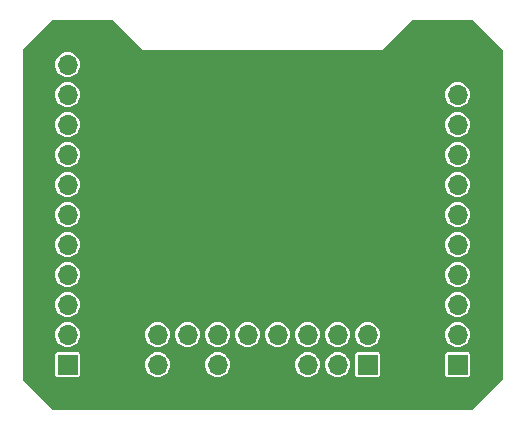
<source format=gbr>
%TF.GenerationSoftware,KiCad,Pcbnew,7.0.8*%
%TF.CreationDate,2024-01-12T13:16:21+01:00*%
%TF.ProjectId,adapter_ESP32,61646170-7465-4725-9f45-535033322e6b,rev?*%
%TF.SameCoordinates,Original*%
%TF.FileFunction,Copper,L2,Bot*%
%TF.FilePolarity,Positive*%
%FSLAX46Y46*%
G04 Gerber Fmt 4.6, Leading zero omitted, Abs format (unit mm)*
G04 Created by KiCad (PCBNEW 7.0.8) date 2024-01-12 13:16:21*
%MOMM*%
%LPD*%
G01*
G04 APERTURE LIST*
%TA.AperFunction,ComponentPad*%
%ADD10R,1.700000X1.700000*%
%TD*%
%TA.AperFunction,ComponentPad*%
%ADD11O,1.700000X1.700000*%
%TD*%
%TA.AperFunction,HeatsinkPad*%
%ADD12C,0.600000*%
%TD*%
G04 APERTURE END LIST*
D10*
%TO.P,J2,1,Pin_1*%
%TO.N,IO4*%
X63500000Y-66040000D03*
D11*
%TO.P,J2,2,Pin_2*%
%TO.N,IO0*%
X63500000Y-63500000D03*
%TO.P,J2,3,Pin_3*%
%TO.N,IO2*%
X60960000Y-66040000D03*
%TO.P,J2,4,Pin_4*%
%TO.N,IO15*%
X60960000Y-63500000D03*
%TO.P,J2,5,Pin_5*%
%TO.N,SDI{slash}SD1*%
X58420000Y-66040000D03*
%TO.P,J2,6,Pin_6*%
%TO.N,SDO{slash}SD0*%
X58420000Y-63500000D03*
%TO.P,J2,7,Pin_7*%
%TO.N,GND*%
X55880000Y-66040000D03*
%TO.P,J2,8,Pin_8*%
%TO.N,SCK{slash}CLK*%
X55880000Y-63500000D03*
%TO.P,J2,9,Pin_9*%
%TO.N,GND*%
X53340000Y-66040000D03*
%TO.P,J2,10,Pin_10*%
%TO.N,SCS{slash}CMD*%
X53340000Y-63500000D03*
%TO.P,J2,11,Pin_11*%
%TO.N,SHD{slash}SD2*%
X50800000Y-66040000D03*
%TO.P,J2,12,Pin_12*%
%TO.N,SWP{slash}SD3*%
X50800000Y-63500000D03*
%TO.P,J2,13,Pin_13*%
%TO.N,GND*%
X48260000Y-66040000D03*
%TO.P,J2,14,Pin_14*%
%TO.N,IO13*%
X48260000Y-63500000D03*
%TO.P,J2,15,Pin_15*%
%TO.N,IO14*%
X45720000Y-66040000D03*
%TO.P,J2,16,Pin_16*%
%TO.N,IO12*%
X45720000Y-63500000D03*
%TD*%
D12*
%TO.P,U1,39,GND*%
%TO.N,GND*%
X51710000Y-47505000D03*
X51710000Y-48905000D03*
X52410000Y-46805000D03*
X52410000Y-48205000D03*
X52410000Y-49605000D03*
X53110000Y-47505000D03*
X53110000Y-48905000D03*
X53810000Y-46805000D03*
X53810000Y-48205000D03*
X53810000Y-49605000D03*
X54510000Y-47505000D03*
X54510000Y-48905000D03*
%TD*%
D10*
%TO.P,J1,1,Pin_1*%
%TO.N,IO27*%
X38100000Y-66040000D03*
D11*
%TO.P,J1,2,Pin_2*%
%TO.N,IO26*%
X38100000Y-63500000D03*
%TO.P,J1,3,Pin_3*%
%TO.N,IO25*%
X38100000Y-60960000D03*
%TO.P,J1,4,Pin_4*%
%TO.N,IO33*%
X38100000Y-58420000D03*
%TO.P,J1,5,Pin_5*%
%TO.N,IO32*%
X38100000Y-55880000D03*
%TO.P,J1,6,Pin_6*%
%TO.N,IO35*%
X38100000Y-53340000D03*
%TO.P,J1,7,Pin_7*%
%TO.N,IO34*%
X38100000Y-50800000D03*
%TO.P,J1,8,Pin_8*%
%TO.N,SENSOR_VN*%
X38100000Y-48260000D03*
%TO.P,J1,9,Pin_9*%
%TO.N,SENSOR_VP*%
X38100000Y-45720000D03*
%TO.P,J1,10,Pin_10*%
%TO.N,EN*%
X38100000Y-43180000D03*
%TO.P,J1,11,Pin_11*%
%TO.N,VDD*%
X38100000Y-40640000D03*
%TD*%
D10*
%TO.P,J3,1,Pin_1*%
%TO.N,IO16*%
X71120000Y-66040000D03*
D11*
%TO.P,J3,2,Pin_2*%
%TO.N,IO17*%
X71120000Y-63500000D03*
%TO.P,J3,3,Pin_3*%
%TO.N,IO5*%
X71120000Y-60960000D03*
%TO.P,J3,4,Pin_4*%
%TO.N,IO18*%
X71120000Y-58420000D03*
%TO.P,J3,5,Pin_5*%
%TO.N,IO19*%
X71120000Y-55880000D03*
%TO.P,J3,6,Pin_6*%
%TO.N,IO21*%
X71120000Y-53340000D03*
%TO.P,J3,7,Pin_7*%
%TO.N,RXD0{slash}IO3*%
X71120000Y-50800000D03*
%TO.P,J3,8,Pin_8*%
%TO.N,TXD0{slash}IO1*%
X71120000Y-48260000D03*
%TO.P,J3,9,Pin_9*%
%TO.N,IO22*%
X71120000Y-45720000D03*
%TO.P,J3,10,Pin_10*%
%TO.N,IO23*%
X71120000Y-43180000D03*
%TO.P,J3,11,Pin_11*%
%TO.N,GND*%
X71120000Y-40640000D03*
%TD*%
%TA.AperFunction,Conductor*%
%TO.N,GND*%
G36*
X41925469Y-36850185D02*
G01*
X41946111Y-36866819D01*
X44432196Y-39352903D01*
X44432430Y-39353252D01*
X44449618Y-39370384D01*
X44449900Y-39370500D01*
X44449999Y-39370541D01*
X44450000Y-39370541D01*
X44474554Y-39370541D01*
X44474760Y-39370500D01*
X64745145Y-39370500D01*
X64745334Y-39370538D01*
X64769997Y-39370540D01*
X64770000Y-39370542D01*
X64770284Y-39370424D01*
X64770427Y-39370365D01*
X64772653Y-39369465D01*
X64778831Y-39361934D01*
X64788147Y-39352618D01*
X64788260Y-39352446D01*
X67273888Y-36866819D01*
X67335211Y-36833334D01*
X67361569Y-36830500D01*
X72338430Y-36830500D01*
X72405469Y-36850185D01*
X72426111Y-36866819D01*
X74893181Y-39333888D01*
X74926666Y-39395211D01*
X74929500Y-39421569D01*
X74929500Y-67258430D01*
X74909815Y-67325469D01*
X74893181Y-67346111D01*
X72426111Y-69813181D01*
X72364788Y-69846666D01*
X72338430Y-69849500D01*
X36881569Y-69849500D01*
X36814530Y-69829815D01*
X36793888Y-69813181D01*
X34326819Y-67346111D01*
X34293334Y-67284788D01*
X34290500Y-67258430D01*
X34290500Y-66909752D01*
X37049500Y-66909752D01*
X37061131Y-66968229D01*
X37061132Y-66968230D01*
X37105447Y-67034552D01*
X37171769Y-67078867D01*
X37171770Y-67078868D01*
X37230247Y-67090499D01*
X37230250Y-67090500D01*
X37230252Y-67090500D01*
X38969750Y-67090500D01*
X38969751Y-67090499D01*
X38984568Y-67087552D01*
X39028229Y-67078868D01*
X39028229Y-67078867D01*
X39028231Y-67078867D01*
X39094552Y-67034552D01*
X39138867Y-66968231D01*
X39138867Y-66968229D01*
X39138868Y-66968229D01*
X39150499Y-66909752D01*
X39150500Y-66909750D01*
X39150500Y-66040000D01*
X44664417Y-66040000D01*
X44684699Y-66245932D01*
X44684700Y-66245934D01*
X44744768Y-66443954D01*
X44842315Y-66626450D01*
X44842317Y-66626452D01*
X44973589Y-66786410D01*
X45070209Y-66865702D01*
X45133550Y-66917685D01*
X45316046Y-67015232D01*
X45514066Y-67075300D01*
X45514065Y-67075300D01*
X45532529Y-67077118D01*
X45720000Y-67095583D01*
X45925934Y-67075300D01*
X46123954Y-67015232D01*
X46306450Y-66917685D01*
X46466410Y-66786410D01*
X46597685Y-66626450D01*
X46695232Y-66443954D01*
X46755300Y-66245934D01*
X46775583Y-66040000D01*
X49744417Y-66040000D01*
X49764699Y-66245932D01*
X49764700Y-66245934D01*
X49824768Y-66443954D01*
X49922315Y-66626450D01*
X49922317Y-66626452D01*
X50053589Y-66786410D01*
X50150209Y-66865702D01*
X50213550Y-66917685D01*
X50396046Y-67015232D01*
X50594066Y-67075300D01*
X50594065Y-67075300D01*
X50612529Y-67077118D01*
X50800000Y-67095583D01*
X51005934Y-67075300D01*
X51203954Y-67015232D01*
X51386450Y-66917685D01*
X51546410Y-66786410D01*
X51677685Y-66626450D01*
X51775232Y-66443954D01*
X51835300Y-66245934D01*
X51855583Y-66040000D01*
X57364417Y-66040000D01*
X57384699Y-66245932D01*
X57384700Y-66245934D01*
X57444768Y-66443954D01*
X57542315Y-66626450D01*
X57542317Y-66626452D01*
X57673589Y-66786410D01*
X57770209Y-66865702D01*
X57833550Y-66917685D01*
X58016046Y-67015232D01*
X58214066Y-67075300D01*
X58214065Y-67075300D01*
X58232529Y-67077118D01*
X58420000Y-67095583D01*
X58625934Y-67075300D01*
X58823954Y-67015232D01*
X59006450Y-66917685D01*
X59166410Y-66786410D01*
X59297685Y-66626450D01*
X59395232Y-66443954D01*
X59455300Y-66245934D01*
X59475583Y-66040000D01*
X59904417Y-66040000D01*
X59924699Y-66245932D01*
X59924700Y-66245934D01*
X59984768Y-66443954D01*
X60082315Y-66626450D01*
X60082317Y-66626452D01*
X60213589Y-66786410D01*
X60310209Y-66865702D01*
X60373550Y-66917685D01*
X60556046Y-67015232D01*
X60754066Y-67075300D01*
X60754065Y-67075300D01*
X60772529Y-67077118D01*
X60960000Y-67095583D01*
X61165934Y-67075300D01*
X61363954Y-67015232D01*
X61546450Y-66917685D01*
X61556116Y-66909752D01*
X62449500Y-66909752D01*
X62461131Y-66968229D01*
X62461132Y-66968230D01*
X62505447Y-67034552D01*
X62571769Y-67078867D01*
X62571770Y-67078868D01*
X62630247Y-67090499D01*
X62630250Y-67090500D01*
X62630252Y-67090500D01*
X64369750Y-67090500D01*
X64369751Y-67090499D01*
X64384568Y-67087552D01*
X64428229Y-67078868D01*
X64428229Y-67078867D01*
X64428231Y-67078867D01*
X64494552Y-67034552D01*
X64538867Y-66968231D01*
X64538867Y-66968229D01*
X64538868Y-66968229D01*
X64550499Y-66909752D01*
X70069500Y-66909752D01*
X70081131Y-66968229D01*
X70081132Y-66968230D01*
X70125447Y-67034552D01*
X70191769Y-67078867D01*
X70191770Y-67078868D01*
X70250247Y-67090499D01*
X70250250Y-67090500D01*
X70250252Y-67090500D01*
X71989750Y-67090500D01*
X71989751Y-67090499D01*
X72004568Y-67087552D01*
X72048229Y-67078868D01*
X72048229Y-67078867D01*
X72048231Y-67078867D01*
X72114552Y-67034552D01*
X72158867Y-66968231D01*
X72158867Y-66968229D01*
X72158868Y-66968229D01*
X72170499Y-66909752D01*
X72170500Y-66909750D01*
X72170500Y-65170249D01*
X72170499Y-65170247D01*
X72158868Y-65111770D01*
X72158867Y-65111769D01*
X72114552Y-65045447D01*
X72048230Y-65001132D01*
X72048229Y-65001131D01*
X71989752Y-64989500D01*
X71989748Y-64989500D01*
X70250252Y-64989500D01*
X70250247Y-64989500D01*
X70191770Y-65001131D01*
X70191769Y-65001132D01*
X70125447Y-65045447D01*
X70081132Y-65111769D01*
X70081131Y-65111770D01*
X70069500Y-65170247D01*
X70069500Y-66909752D01*
X64550499Y-66909752D01*
X64550500Y-66909750D01*
X64550500Y-65170249D01*
X64550499Y-65170247D01*
X64538868Y-65111770D01*
X64538867Y-65111769D01*
X64494552Y-65045447D01*
X64428230Y-65001132D01*
X64428229Y-65001131D01*
X64369752Y-64989500D01*
X64369748Y-64989500D01*
X62630252Y-64989500D01*
X62630247Y-64989500D01*
X62571770Y-65001131D01*
X62571769Y-65001132D01*
X62505447Y-65045447D01*
X62461132Y-65111769D01*
X62461131Y-65111770D01*
X62449500Y-65170247D01*
X62449500Y-66909752D01*
X61556116Y-66909752D01*
X61706410Y-66786410D01*
X61837685Y-66626450D01*
X61935232Y-66443954D01*
X61995300Y-66245934D01*
X62015583Y-66040000D01*
X61995300Y-65834066D01*
X61935232Y-65636046D01*
X61837685Y-65453550D01*
X61785702Y-65390209D01*
X61706410Y-65293589D01*
X61556121Y-65170252D01*
X61546450Y-65162315D01*
X61363954Y-65064768D01*
X61165934Y-65004700D01*
X61165932Y-65004699D01*
X61165934Y-65004699D01*
X60960000Y-64984417D01*
X60754067Y-65004699D01*
X60556043Y-65064769D01*
X60468114Y-65111769D01*
X60373550Y-65162315D01*
X60373548Y-65162316D01*
X60373547Y-65162317D01*
X60213589Y-65293589D01*
X60082317Y-65453547D01*
X59984769Y-65636043D01*
X59924699Y-65834067D01*
X59904417Y-66040000D01*
X59475583Y-66040000D01*
X59455300Y-65834066D01*
X59395232Y-65636046D01*
X59297685Y-65453550D01*
X59245702Y-65390209D01*
X59166410Y-65293589D01*
X59016121Y-65170252D01*
X59006450Y-65162315D01*
X58823954Y-65064768D01*
X58625934Y-65004700D01*
X58625932Y-65004699D01*
X58625934Y-65004699D01*
X58420000Y-64984417D01*
X58214067Y-65004699D01*
X58016043Y-65064769D01*
X57928114Y-65111769D01*
X57833550Y-65162315D01*
X57833548Y-65162316D01*
X57833547Y-65162317D01*
X57673589Y-65293589D01*
X57542317Y-65453547D01*
X57444769Y-65636043D01*
X57384699Y-65834067D01*
X57364417Y-66040000D01*
X51855583Y-66040000D01*
X51835300Y-65834066D01*
X51775232Y-65636046D01*
X51677685Y-65453550D01*
X51625702Y-65390209D01*
X51546410Y-65293589D01*
X51396121Y-65170252D01*
X51386450Y-65162315D01*
X51203954Y-65064768D01*
X51005934Y-65004700D01*
X51005932Y-65004699D01*
X51005934Y-65004699D01*
X50800000Y-64984417D01*
X50594067Y-65004699D01*
X50396043Y-65064769D01*
X50308114Y-65111769D01*
X50213550Y-65162315D01*
X50213548Y-65162316D01*
X50213547Y-65162317D01*
X50053589Y-65293589D01*
X49922317Y-65453547D01*
X49824769Y-65636043D01*
X49764699Y-65834067D01*
X49744417Y-66040000D01*
X46775583Y-66040000D01*
X46755300Y-65834066D01*
X46695232Y-65636046D01*
X46597685Y-65453550D01*
X46545702Y-65390209D01*
X46466410Y-65293589D01*
X46316121Y-65170252D01*
X46306450Y-65162315D01*
X46123954Y-65064768D01*
X45925934Y-65004700D01*
X45925932Y-65004699D01*
X45925934Y-65004699D01*
X45720000Y-64984417D01*
X45514067Y-65004699D01*
X45316043Y-65064769D01*
X45228114Y-65111769D01*
X45133550Y-65162315D01*
X45133548Y-65162316D01*
X45133547Y-65162317D01*
X44973589Y-65293589D01*
X44842317Y-65453547D01*
X44744769Y-65636043D01*
X44684699Y-65834067D01*
X44664417Y-66040000D01*
X39150500Y-66040000D01*
X39150500Y-65170249D01*
X39150499Y-65170247D01*
X39138868Y-65111770D01*
X39138867Y-65111769D01*
X39094552Y-65045447D01*
X39028230Y-65001132D01*
X39028229Y-65001131D01*
X38969752Y-64989500D01*
X38969748Y-64989500D01*
X37230252Y-64989500D01*
X37230247Y-64989500D01*
X37171770Y-65001131D01*
X37171769Y-65001132D01*
X37105447Y-65045447D01*
X37061132Y-65111769D01*
X37061131Y-65111770D01*
X37049500Y-65170247D01*
X37049500Y-66909752D01*
X34290500Y-66909752D01*
X34290500Y-63500000D01*
X37044417Y-63500000D01*
X37064699Y-63705932D01*
X37064700Y-63705934D01*
X37124768Y-63903954D01*
X37222315Y-64086450D01*
X37222317Y-64086452D01*
X37353589Y-64246410D01*
X37450209Y-64325702D01*
X37513550Y-64377685D01*
X37696046Y-64475232D01*
X37894066Y-64535300D01*
X37894065Y-64535300D01*
X37912529Y-64537118D01*
X38100000Y-64555583D01*
X38305934Y-64535300D01*
X38503954Y-64475232D01*
X38686450Y-64377685D01*
X38846410Y-64246410D01*
X38977685Y-64086450D01*
X39075232Y-63903954D01*
X39135300Y-63705934D01*
X39155583Y-63500000D01*
X44664417Y-63500000D01*
X44684699Y-63705932D01*
X44684700Y-63705934D01*
X44744768Y-63903954D01*
X44842315Y-64086450D01*
X44842317Y-64086452D01*
X44973589Y-64246410D01*
X45070209Y-64325702D01*
X45133550Y-64377685D01*
X45316046Y-64475232D01*
X45514066Y-64535300D01*
X45514065Y-64535300D01*
X45532529Y-64537118D01*
X45720000Y-64555583D01*
X45925934Y-64535300D01*
X46123954Y-64475232D01*
X46306450Y-64377685D01*
X46466410Y-64246410D01*
X46597685Y-64086450D01*
X46695232Y-63903954D01*
X46755300Y-63705934D01*
X46775583Y-63500000D01*
X47204417Y-63500000D01*
X47224699Y-63705932D01*
X47224700Y-63705934D01*
X47284768Y-63903954D01*
X47382315Y-64086450D01*
X47382317Y-64086452D01*
X47513589Y-64246410D01*
X47610209Y-64325702D01*
X47673550Y-64377685D01*
X47856046Y-64475232D01*
X48054066Y-64535300D01*
X48054065Y-64535300D01*
X48072529Y-64537118D01*
X48260000Y-64555583D01*
X48465934Y-64535300D01*
X48663954Y-64475232D01*
X48846450Y-64377685D01*
X49006410Y-64246410D01*
X49137685Y-64086450D01*
X49235232Y-63903954D01*
X49295300Y-63705934D01*
X49315583Y-63500000D01*
X49744417Y-63500000D01*
X49764699Y-63705932D01*
X49764700Y-63705934D01*
X49824768Y-63903954D01*
X49922315Y-64086450D01*
X49922317Y-64086452D01*
X50053589Y-64246410D01*
X50150209Y-64325702D01*
X50213550Y-64377685D01*
X50396046Y-64475232D01*
X50594066Y-64535300D01*
X50594065Y-64535300D01*
X50612529Y-64537118D01*
X50800000Y-64555583D01*
X51005934Y-64535300D01*
X51203954Y-64475232D01*
X51386450Y-64377685D01*
X51546410Y-64246410D01*
X51677685Y-64086450D01*
X51775232Y-63903954D01*
X51835300Y-63705934D01*
X51855583Y-63500000D01*
X52284417Y-63500000D01*
X52304699Y-63705932D01*
X52304700Y-63705934D01*
X52364768Y-63903954D01*
X52462315Y-64086450D01*
X52462317Y-64086452D01*
X52593589Y-64246410D01*
X52690209Y-64325702D01*
X52753550Y-64377685D01*
X52936046Y-64475232D01*
X53134066Y-64535300D01*
X53134065Y-64535300D01*
X53152529Y-64537118D01*
X53340000Y-64555583D01*
X53545934Y-64535300D01*
X53743954Y-64475232D01*
X53926450Y-64377685D01*
X54086410Y-64246410D01*
X54217685Y-64086450D01*
X54315232Y-63903954D01*
X54375300Y-63705934D01*
X54395583Y-63500000D01*
X54824417Y-63500000D01*
X54844699Y-63705932D01*
X54844700Y-63705934D01*
X54904768Y-63903954D01*
X55002315Y-64086450D01*
X55002317Y-64086452D01*
X55133589Y-64246410D01*
X55230209Y-64325702D01*
X55293550Y-64377685D01*
X55476046Y-64475232D01*
X55674066Y-64535300D01*
X55674065Y-64535300D01*
X55692529Y-64537118D01*
X55880000Y-64555583D01*
X56085934Y-64535300D01*
X56283954Y-64475232D01*
X56466450Y-64377685D01*
X56626410Y-64246410D01*
X56757685Y-64086450D01*
X56855232Y-63903954D01*
X56915300Y-63705934D01*
X56935583Y-63500000D01*
X57364417Y-63500000D01*
X57384699Y-63705932D01*
X57384700Y-63705934D01*
X57444768Y-63903954D01*
X57542315Y-64086450D01*
X57542317Y-64086452D01*
X57673589Y-64246410D01*
X57770209Y-64325702D01*
X57833550Y-64377685D01*
X58016046Y-64475232D01*
X58214066Y-64535300D01*
X58214065Y-64535300D01*
X58232529Y-64537118D01*
X58420000Y-64555583D01*
X58625934Y-64535300D01*
X58823954Y-64475232D01*
X59006450Y-64377685D01*
X59166410Y-64246410D01*
X59297685Y-64086450D01*
X59395232Y-63903954D01*
X59455300Y-63705934D01*
X59475583Y-63500000D01*
X59904417Y-63500000D01*
X59924699Y-63705932D01*
X59924700Y-63705934D01*
X59984768Y-63903954D01*
X60082315Y-64086450D01*
X60082317Y-64086452D01*
X60213589Y-64246410D01*
X60310209Y-64325702D01*
X60373550Y-64377685D01*
X60556046Y-64475232D01*
X60754066Y-64535300D01*
X60754065Y-64535300D01*
X60772529Y-64537118D01*
X60960000Y-64555583D01*
X61165934Y-64535300D01*
X61363954Y-64475232D01*
X61546450Y-64377685D01*
X61706410Y-64246410D01*
X61837685Y-64086450D01*
X61935232Y-63903954D01*
X61995300Y-63705934D01*
X62015583Y-63500000D01*
X62444417Y-63500000D01*
X62464699Y-63705932D01*
X62464700Y-63705934D01*
X62524768Y-63903954D01*
X62622315Y-64086450D01*
X62622317Y-64086452D01*
X62753589Y-64246410D01*
X62850209Y-64325702D01*
X62913550Y-64377685D01*
X63096046Y-64475232D01*
X63294066Y-64535300D01*
X63294065Y-64535300D01*
X63312529Y-64537118D01*
X63500000Y-64555583D01*
X63705934Y-64535300D01*
X63903954Y-64475232D01*
X64086450Y-64377685D01*
X64246410Y-64246410D01*
X64377685Y-64086450D01*
X64475232Y-63903954D01*
X64535300Y-63705934D01*
X64555583Y-63500000D01*
X70064417Y-63500000D01*
X70084699Y-63705932D01*
X70084700Y-63705934D01*
X70144768Y-63903954D01*
X70242315Y-64086450D01*
X70242317Y-64086452D01*
X70373589Y-64246410D01*
X70470209Y-64325702D01*
X70533550Y-64377685D01*
X70716046Y-64475232D01*
X70914066Y-64535300D01*
X70914065Y-64535300D01*
X70932529Y-64537118D01*
X71120000Y-64555583D01*
X71325934Y-64535300D01*
X71523954Y-64475232D01*
X71706450Y-64377685D01*
X71866410Y-64246410D01*
X71997685Y-64086450D01*
X72095232Y-63903954D01*
X72155300Y-63705934D01*
X72175583Y-63500000D01*
X72155300Y-63294066D01*
X72095232Y-63096046D01*
X71997685Y-62913550D01*
X71945702Y-62850209D01*
X71866410Y-62753589D01*
X71706452Y-62622317D01*
X71706453Y-62622317D01*
X71706450Y-62622315D01*
X71523954Y-62524768D01*
X71325934Y-62464700D01*
X71325932Y-62464699D01*
X71325934Y-62464699D01*
X71120000Y-62444417D01*
X70914067Y-62464699D01*
X70716043Y-62524769D01*
X70605898Y-62583643D01*
X70533550Y-62622315D01*
X70533548Y-62622316D01*
X70533547Y-62622317D01*
X70373589Y-62753589D01*
X70242317Y-62913547D01*
X70144769Y-63096043D01*
X70084699Y-63294067D01*
X70064417Y-63500000D01*
X64555583Y-63500000D01*
X64535300Y-63294066D01*
X64475232Y-63096046D01*
X64377685Y-62913550D01*
X64325702Y-62850209D01*
X64246410Y-62753589D01*
X64086452Y-62622317D01*
X64086453Y-62622317D01*
X64086450Y-62622315D01*
X63903954Y-62524768D01*
X63705934Y-62464700D01*
X63705932Y-62464699D01*
X63705934Y-62464699D01*
X63500000Y-62444417D01*
X63294067Y-62464699D01*
X63096043Y-62524769D01*
X62985898Y-62583643D01*
X62913550Y-62622315D01*
X62913548Y-62622316D01*
X62913547Y-62622317D01*
X62753589Y-62753589D01*
X62622317Y-62913547D01*
X62524769Y-63096043D01*
X62464699Y-63294067D01*
X62444417Y-63500000D01*
X62015583Y-63500000D01*
X61995300Y-63294066D01*
X61935232Y-63096046D01*
X61837685Y-62913550D01*
X61785702Y-62850209D01*
X61706410Y-62753589D01*
X61546452Y-62622317D01*
X61546453Y-62622317D01*
X61546450Y-62622315D01*
X61363954Y-62524768D01*
X61165934Y-62464700D01*
X61165932Y-62464699D01*
X61165934Y-62464699D01*
X60960000Y-62444417D01*
X60754067Y-62464699D01*
X60556043Y-62524769D01*
X60445898Y-62583643D01*
X60373550Y-62622315D01*
X60373548Y-62622316D01*
X60373547Y-62622317D01*
X60213589Y-62753589D01*
X60082317Y-62913547D01*
X59984769Y-63096043D01*
X59924699Y-63294067D01*
X59904417Y-63500000D01*
X59475583Y-63500000D01*
X59455300Y-63294066D01*
X59395232Y-63096046D01*
X59297685Y-62913550D01*
X59245702Y-62850209D01*
X59166410Y-62753589D01*
X59006452Y-62622317D01*
X59006453Y-62622317D01*
X59006450Y-62622315D01*
X58823954Y-62524768D01*
X58625934Y-62464700D01*
X58625932Y-62464699D01*
X58625934Y-62464699D01*
X58420000Y-62444417D01*
X58214067Y-62464699D01*
X58016043Y-62524769D01*
X57905898Y-62583643D01*
X57833550Y-62622315D01*
X57833548Y-62622316D01*
X57833547Y-62622317D01*
X57673589Y-62753589D01*
X57542317Y-62913547D01*
X57444769Y-63096043D01*
X57384699Y-63294067D01*
X57364417Y-63500000D01*
X56935583Y-63500000D01*
X56915300Y-63294066D01*
X56855232Y-63096046D01*
X56757685Y-62913550D01*
X56705702Y-62850209D01*
X56626410Y-62753589D01*
X56466452Y-62622317D01*
X56466453Y-62622317D01*
X56466450Y-62622315D01*
X56283954Y-62524768D01*
X56085934Y-62464700D01*
X56085932Y-62464699D01*
X56085934Y-62464699D01*
X55880000Y-62444417D01*
X55674067Y-62464699D01*
X55476043Y-62524769D01*
X55365898Y-62583643D01*
X55293550Y-62622315D01*
X55293548Y-62622316D01*
X55293547Y-62622317D01*
X55133589Y-62753589D01*
X55002317Y-62913547D01*
X54904769Y-63096043D01*
X54844699Y-63294067D01*
X54824417Y-63500000D01*
X54395583Y-63500000D01*
X54375300Y-63294066D01*
X54315232Y-63096046D01*
X54217685Y-62913550D01*
X54165702Y-62850209D01*
X54086410Y-62753589D01*
X53926452Y-62622317D01*
X53926453Y-62622317D01*
X53926450Y-62622315D01*
X53743954Y-62524768D01*
X53545934Y-62464700D01*
X53545932Y-62464699D01*
X53545934Y-62464699D01*
X53340000Y-62444417D01*
X53134067Y-62464699D01*
X52936043Y-62524769D01*
X52825898Y-62583643D01*
X52753550Y-62622315D01*
X52753548Y-62622316D01*
X52753547Y-62622317D01*
X52593589Y-62753589D01*
X52462317Y-62913547D01*
X52364769Y-63096043D01*
X52304699Y-63294067D01*
X52284417Y-63500000D01*
X51855583Y-63500000D01*
X51835300Y-63294066D01*
X51775232Y-63096046D01*
X51677685Y-62913550D01*
X51625702Y-62850209D01*
X51546410Y-62753589D01*
X51386452Y-62622317D01*
X51386453Y-62622317D01*
X51386450Y-62622315D01*
X51203954Y-62524768D01*
X51005934Y-62464700D01*
X51005932Y-62464699D01*
X51005934Y-62464699D01*
X50800000Y-62444417D01*
X50594067Y-62464699D01*
X50396043Y-62524769D01*
X50285898Y-62583643D01*
X50213550Y-62622315D01*
X50213548Y-62622316D01*
X50213547Y-62622317D01*
X50053589Y-62753589D01*
X49922317Y-62913547D01*
X49824769Y-63096043D01*
X49764699Y-63294067D01*
X49744417Y-63500000D01*
X49315583Y-63500000D01*
X49295300Y-63294066D01*
X49235232Y-63096046D01*
X49137685Y-62913550D01*
X49085702Y-62850209D01*
X49006410Y-62753589D01*
X48846452Y-62622317D01*
X48846453Y-62622317D01*
X48846450Y-62622315D01*
X48663954Y-62524768D01*
X48465934Y-62464700D01*
X48465932Y-62464699D01*
X48465934Y-62464699D01*
X48260000Y-62444417D01*
X48054067Y-62464699D01*
X47856043Y-62524769D01*
X47745898Y-62583643D01*
X47673550Y-62622315D01*
X47673548Y-62622316D01*
X47673547Y-62622317D01*
X47513589Y-62753589D01*
X47382317Y-62913547D01*
X47284769Y-63096043D01*
X47224699Y-63294067D01*
X47204417Y-63500000D01*
X46775583Y-63500000D01*
X46755300Y-63294066D01*
X46695232Y-63096046D01*
X46597685Y-62913550D01*
X46545702Y-62850209D01*
X46466410Y-62753589D01*
X46306452Y-62622317D01*
X46306453Y-62622317D01*
X46306450Y-62622315D01*
X46123954Y-62524768D01*
X45925934Y-62464700D01*
X45925932Y-62464699D01*
X45925934Y-62464699D01*
X45720000Y-62444417D01*
X45514067Y-62464699D01*
X45316043Y-62524769D01*
X45205898Y-62583643D01*
X45133550Y-62622315D01*
X45133548Y-62622316D01*
X45133547Y-62622317D01*
X44973589Y-62753589D01*
X44842317Y-62913547D01*
X44744769Y-63096043D01*
X44684699Y-63294067D01*
X44664417Y-63500000D01*
X39155583Y-63500000D01*
X39135300Y-63294066D01*
X39075232Y-63096046D01*
X38977685Y-62913550D01*
X38925702Y-62850209D01*
X38846410Y-62753589D01*
X38686452Y-62622317D01*
X38686453Y-62622317D01*
X38686450Y-62622315D01*
X38503954Y-62524768D01*
X38305934Y-62464700D01*
X38305932Y-62464699D01*
X38305934Y-62464699D01*
X38100000Y-62444417D01*
X37894067Y-62464699D01*
X37696043Y-62524769D01*
X37585898Y-62583643D01*
X37513550Y-62622315D01*
X37513548Y-62622316D01*
X37513547Y-62622317D01*
X37353589Y-62753589D01*
X37222317Y-62913547D01*
X37124769Y-63096043D01*
X37064699Y-63294067D01*
X37044417Y-63500000D01*
X34290500Y-63500000D01*
X34290500Y-60960000D01*
X37044417Y-60960000D01*
X37064699Y-61165932D01*
X37064700Y-61165934D01*
X37124768Y-61363954D01*
X37222315Y-61546450D01*
X37222317Y-61546452D01*
X37353589Y-61706410D01*
X37450209Y-61785702D01*
X37513550Y-61837685D01*
X37696046Y-61935232D01*
X37894066Y-61995300D01*
X37894065Y-61995300D01*
X37912529Y-61997118D01*
X38100000Y-62015583D01*
X38305934Y-61995300D01*
X38503954Y-61935232D01*
X38686450Y-61837685D01*
X38846410Y-61706410D01*
X38977685Y-61546450D01*
X39075232Y-61363954D01*
X39135300Y-61165934D01*
X39155583Y-60960000D01*
X70064417Y-60960000D01*
X70084699Y-61165932D01*
X70084700Y-61165934D01*
X70144768Y-61363954D01*
X70242315Y-61546450D01*
X70242317Y-61546452D01*
X70373589Y-61706410D01*
X70470209Y-61785702D01*
X70533550Y-61837685D01*
X70716046Y-61935232D01*
X70914066Y-61995300D01*
X70914065Y-61995300D01*
X70932529Y-61997118D01*
X71120000Y-62015583D01*
X71325934Y-61995300D01*
X71523954Y-61935232D01*
X71706450Y-61837685D01*
X71866410Y-61706410D01*
X71997685Y-61546450D01*
X72095232Y-61363954D01*
X72155300Y-61165934D01*
X72175583Y-60960000D01*
X72155300Y-60754066D01*
X72095232Y-60556046D01*
X71997685Y-60373550D01*
X71945702Y-60310209D01*
X71866410Y-60213589D01*
X71706452Y-60082317D01*
X71706453Y-60082317D01*
X71706450Y-60082315D01*
X71523954Y-59984768D01*
X71325934Y-59924700D01*
X71325932Y-59924699D01*
X71325934Y-59924699D01*
X71120000Y-59904417D01*
X70914067Y-59924699D01*
X70716043Y-59984769D01*
X70605898Y-60043643D01*
X70533550Y-60082315D01*
X70533548Y-60082316D01*
X70533547Y-60082317D01*
X70373589Y-60213589D01*
X70242317Y-60373547D01*
X70144769Y-60556043D01*
X70084699Y-60754067D01*
X70064417Y-60960000D01*
X39155583Y-60960000D01*
X39135300Y-60754066D01*
X39075232Y-60556046D01*
X38977685Y-60373550D01*
X38925702Y-60310209D01*
X38846410Y-60213589D01*
X38686452Y-60082317D01*
X38686453Y-60082317D01*
X38686450Y-60082315D01*
X38503954Y-59984768D01*
X38305934Y-59924700D01*
X38305932Y-59924699D01*
X38305934Y-59924699D01*
X38100000Y-59904417D01*
X37894067Y-59924699D01*
X37696043Y-59984769D01*
X37585898Y-60043643D01*
X37513550Y-60082315D01*
X37513548Y-60082316D01*
X37513547Y-60082317D01*
X37353589Y-60213589D01*
X37222317Y-60373547D01*
X37124769Y-60556043D01*
X37064699Y-60754067D01*
X37044417Y-60960000D01*
X34290500Y-60960000D01*
X34290500Y-58420000D01*
X37044417Y-58420000D01*
X37064699Y-58625932D01*
X37064700Y-58625934D01*
X37124768Y-58823954D01*
X37222315Y-59006450D01*
X37222317Y-59006452D01*
X37353589Y-59166410D01*
X37450209Y-59245702D01*
X37513550Y-59297685D01*
X37696046Y-59395232D01*
X37894066Y-59455300D01*
X37894065Y-59455300D01*
X37912529Y-59457118D01*
X38100000Y-59475583D01*
X38305934Y-59455300D01*
X38503954Y-59395232D01*
X38686450Y-59297685D01*
X38846410Y-59166410D01*
X38977685Y-59006450D01*
X39075232Y-58823954D01*
X39135300Y-58625934D01*
X39155583Y-58420000D01*
X70064417Y-58420000D01*
X70084699Y-58625932D01*
X70084700Y-58625934D01*
X70144768Y-58823954D01*
X70242315Y-59006450D01*
X70242317Y-59006452D01*
X70373589Y-59166410D01*
X70470209Y-59245702D01*
X70533550Y-59297685D01*
X70716046Y-59395232D01*
X70914066Y-59455300D01*
X70914065Y-59455300D01*
X70932529Y-59457118D01*
X71120000Y-59475583D01*
X71325934Y-59455300D01*
X71523954Y-59395232D01*
X71706450Y-59297685D01*
X71866410Y-59166410D01*
X71997685Y-59006450D01*
X72095232Y-58823954D01*
X72155300Y-58625934D01*
X72175583Y-58420000D01*
X72155300Y-58214066D01*
X72095232Y-58016046D01*
X71997685Y-57833550D01*
X71945702Y-57770209D01*
X71866410Y-57673589D01*
X71706452Y-57542317D01*
X71706453Y-57542317D01*
X71706450Y-57542315D01*
X71523954Y-57444768D01*
X71325934Y-57384700D01*
X71325932Y-57384699D01*
X71325934Y-57384699D01*
X71120000Y-57364417D01*
X70914067Y-57384699D01*
X70716043Y-57444769D01*
X70605898Y-57503643D01*
X70533550Y-57542315D01*
X70533548Y-57542316D01*
X70533547Y-57542317D01*
X70373589Y-57673589D01*
X70242317Y-57833547D01*
X70144769Y-58016043D01*
X70084699Y-58214067D01*
X70064417Y-58420000D01*
X39155583Y-58420000D01*
X39135300Y-58214066D01*
X39075232Y-58016046D01*
X38977685Y-57833550D01*
X38925702Y-57770209D01*
X38846410Y-57673589D01*
X38686452Y-57542317D01*
X38686453Y-57542317D01*
X38686450Y-57542315D01*
X38503954Y-57444768D01*
X38305934Y-57384700D01*
X38305932Y-57384699D01*
X38305934Y-57384699D01*
X38100000Y-57364417D01*
X37894067Y-57384699D01*
X37696043Y-57444769D01*
X37585898Y-57503643D01*
X37513550Y-57542315D01*
X37513548Y-57542316D01*
X37513547Y-57542317D01*
X37353589Y-57673589D01*
X37222317Y-57833547D01*
X37124769Y-58016043D01*
X37064699Y-58214067D01*
X37044417Y-58420000D01*
X34290500Y-58420000D01*
X34290500Y-55880000D01*
X37044417Y-55880000D01*
X37064699Y-56085932D01*
X37064700Y-56085934D01*
X37124768Y-56283954D01*
X37222315Y-56466450D01*
X37222317Y-56466452D01*
X37353589Y-56626410D01*
X37450209Y-56705702D01*
X37513550Y-56757685D01*
X37696046Y-56855232D01*
X37894066Y-56915300D01*
X37894065Y-56915300D01*
X37912529Y-56917118D01*
X38100000Y-56935583D01*
X38305934Y-56915300D01*
X38503954Y-56855232D01*
X38686450Y-56757685D01*
X38846410Y-56626410D01*
X38977685Y-56466450D01*
X39075232Y-56283954D01*
X39135300Y-56085934D01*
X39155583Y-55880000D01*
X70064417Y-55880000D01*
X70084699Y-56085932D01*
X70084700Y-56085934D01*
X70144768Y-56283954D01*
X70242315Y-56466450D01*
X70242317Y-56466452D01*
X70373589Y-56626410D01*
X70470209Y-56705702D01*
X70533550Y-56757685D01*
X70716046Y-56855232D01*
X70914066Y-56915300D01*
X70914065Y-56915300D01*
X70932529Y-56917118D01*
X71120000Y-56935583D01*
X71325934Y-56915300D01*
X71523954Y-56855232D01*
X71706450Y-56757685D01*
X71866410Y-56626410D01*
X71997685Y-56466450D01*
X72095232Y-56283954D01*
X72155300Y-56085934D01*
X72175583Y-55880000D01*
X72155300Y-55674066D01*
X72095232Y-55476046D01*
X71997685Y-55293550D01*
X71945702Y-55230209D01*
X71866410Y-55133589D01*
X71706452Y-55002317D01*
X71706453Y-55002317D01*
X71706450Y-55002315D01*
X71523954Y-54904768D01*
X71325934Y-54844700D01*
X71325932Y-54844699D01*
X71325934Y-54844699D01*
X71120000Y-54824417D01*
X70914067Y-54844699D01*
X70716043Y-54904769D01*
X70605898Y-54963643D01*
X70533550Y-55002315D01*
X70533548Y-55002316D01*
X70533547Y-55002317D01*
X70373589Y-55133589D01*
X70242317Y-55293547D01*
X70144769Y-55476043D01*
X70084699Y-55674067D01*
X70064417Y-55880000D01*
X39155583Y-55880000D01*
X39135300Y-55674066D01*
X39075232Y-55476046D01*
X38977685Y-55293550D01*
X38925702Y-55230209D01*
X38846410Y-55133589D01*
X38686452Y-55002317D01*
X38686453Y-55002317D01*
X38686450Y-55002315D01*
X38503954Y-54904768D01*
X38305934Y-54844700D01*
X38305932Y-54844699D01*
X38305934Y-54844699D01*
X38100000Y-54824417D01*
X37894067Y-54844699D01*
X37696043Y-54904769D01*
X37585898Y-54963643D01*
X37513550Y-55002315D01*
X37513548Y-55002316D01*
X37513547Y-55002317D01*
X37353589Y-55133589D01*
X37222317Y-55293547D01*
X37124769Y-55476043D01*
X37064699Y-55674067D01*
X37044417Y-55880000D01*
X34290500Y-55880000D01*
X34290500Y-53340000D01*
X37044417Y-53340000D01*
X37064699Y-53545932D01*
X37064700Y-53545934D01*
X37124768Y-53743954D01*
X37222315Y-53926450D01*
X37222317Y-53926452D01*
X37353589Y-54086410D01*
X37450209Y-54165702D01*
X37513550Y-54217685D01*
X37696046Y-54315232D01*
X37894066Y-54375300D01*
X37894065Y-54375300D01*
X37912529Y-54377118D01*
X38100000Y-54395583D01*
X38305934Y-54375300D01*
X38503954Y-54315232D01*
X38686450Y-54217685D01*
X38846410Y-54086410D01*
X38977685Y-53926450D01*
X39075232Y-53743954D01*
X39135300Y-53545934D01*
X39155583Y-53340000D01*
X70064417Y-53340000D01*
X70084699Y-53545932D01*
X70084700Y-53545934D01*
X70144768Y-53743954D01*
X70242315Y-53926450D01*
X70242317Y-53926452D01*
X70373589Y-54086410D01*
X70470209Y-54165702D01*
X70533550Y-54217685D01*
X70716046Y-54315232D01*
X70914066Y-54375300D01*
X70914065Y-54375300D01*
X70932529Y-54377118D01*
X71120000Y-54395583D01*
X71325934Y-54375300D01*
X71523954Y-54315232D01*
X71706450Y-54217685D01*
X71866410Y-54086410D01*
X71997685Y-53926450D01*
X72095232Y-53743954D01*
X72155300Y-53545934D01*
X72175583Y-53340000D01*
X72155300Y-53134066D01*
X72095232Y-52936046D01*
X71997685Y-52753550D01*
X71945702Y-52690209D01*
X71866410Y-52593589D01*
X71706452Y-52462317D01*
X71706453Y-52462317D01*
X71706450Y-52462315D01*
X71523954Y-52364768D01*
X71325934Y-52304700D01*
X71325932Y-52304699D01*
X71325934Y-52304699D01*
X71120000Y-52284417D01*
X70914067Y-52304699D01*
X70716043Y-52364769D01*
X70605898Y-52423643D01*
X70533550Y-52462315D01*
X70533548Y-52462316D01*
X70533547Y-52462317D01*
X70373589Y-52593589D01*
X70242317Y-52753547D01*
X70144769Y-52936043D01*
X70084699Y-53134067D01*
X70064417Y-53340000D01*
X39155583Y-53340000D01*
X39135300Y-53134066D01*
X39075232Y-52936046D01*
X38977685Y-52753550D01*
X38925702Y-52690209D01*
X38846410Y-52593589D01*
X38686452Y-52462317D01*
X38686453Y-52462317D01*
X38686450Y-52462315D01*
X38503954Y-52364768D01*
X38305934Y-52304700D01*
X38305932Y-52304699D01*
X38305934Y-52304699D01*
X38100000Y-52284417D01*
X37894067Y-52304699D01*
X37696043Y-52364769D01*
X37585898Y-52423643D01*
X37513550Y-52462315D01*
X37513548Y-52462316D01*
X37513547Y-52462317D01*
X37353589Y-52593589D01*
X37222317Y-52753547D01*
X37124769Y-52936043D01*
X37064699Y-53134067D01*
X37044417Y-53340000D01*
X34290500Y-53340000D01*
X34290500Y-50800000D01*
X37044417Y-50800000D01*
X37064699Y-51005932D01*
X37064700Y-51005934D01*
X37124768Y-51203954D01*
X37222315Y-51386450D01*
X37222317Y-51386452D01*
X37353589Y-51546410D01*
X37450209Y-51625702D01*
X37513550Y-51677685D01*
X37696046Y-51775232D01*
X37894066Y-51835300D01*
X37894065Y-51835300D01*
X37912529Y-51837118D01*
X38100000Y-51855583D01*
X38305934Y-51835300D01*
X38503954Y-51775232D01*
X38686450Y-51677685D01*
X38846410Y-51546410D01*
X38977685Y-51386450D01*
X39075232Y-51203954D01*
X39135300Y-51005934D01*
X39155583Y-50800000D01*
X70064417Y-50800000D01*
X70084699Y-51005932D01*
X70084700Y-51005934D01*
X70144768Y-51203954D01*
X70242315Y-51386450D01*
X70242317Y-51386452D01*
X70373589Y-51546410D01*
X70470209Y-51625702D01*
X70533550Y-51677685D01*
X70716046Y-51775232D01*
X70914066Y-51835300D01*
X70914065Y-51835300D01*
X70932529Y-51837118D01*
X71120000Y-51855583D01*
X71325934Y-51835300D01*
X71523954Y-51775232D01*
X71706450Y-51677685D01*
X71866410Y-51546410D01*
X71997685Y-51386450D01*
X72095232Y-51203954D01*
X72155300Y-51005934D01*
X72175583Y-50800000D01*
X72155300Y-50594066D01*
X72095232Y-50396046D01*
X71997685Y-50213550D01*
X71945702Y-50150209D01*
X71866410Y-50053589D01*
X71706452Y-49922317D01*
X71706453Y-49922317D01*
X71706450Y-49922315D01*
X71523954Y-49824768D01*
X71325934Y-49764700D01*
X71325932Y-49764699D01*
X71325934Y-49764699D01*
X71120000Y-49744417D01*
X70914067Y-49764699D01*
X70716043Y-49824769D01*
X70605898Y-49883643D01*
X70533550Y-49922315D01*
X70533548Y-49922316D01*
X70533547Y-49922317D01*
X70373589Y-50053589D01*
X70242317Y-50213547D01*
X70144769Y-50396043D01*
X70084699Y-50594067D01*
X70064417Y-50800000D01*
X39155583Y-50800000D01*
X39135300Y-50594066D01*
X39075232Y-50396046D01*
X38977685Y-50213550D01*
X38925702Y-50150209D01*
X38846410Y-50053589D01*
X38686452Y-49922317D01*
X38686453Y-49922317D01*
X38686450Y-49922315D01*
X38503954Y-49824768D01*
X38305934Y-49764700D01*
X38305932Y-49764699D01*
X38305934Y-49764699D01*
X38100000Y-49744417D01*
X37894067Y-49764699D01*
X37696043Y-49824769D01*
X37585898Y-49883643D01*
X37513550Y-49922315D01*
X37513548Y-49922316D01*
X37513547Y-49922317D01*
X37353589Y-50053589D01*
X37222317Y-50213547D01*
X37124769Y-50396043D01*
X37064699Y-50594067D01*
X37044417Y-50800000D01*
X34290500Y-50800000D01*
X34290500Y-48260000D01*
X37044417Y-48260000D01*
X37064699Y-48465932D01*
X37064700Y-48465934D01*
X37124768Y-48663954D01*
X37222315Y-48846450D01*
X37222317Y-48846452D01*
X37353589Y-49006410D01*
X37450209Y-49085702D01*
X37513550Y-49137685D01*
X37696046Y-49235232D01*
X37894066Y-49295300D01*
X37894065Y-49295300D01*
X37912529Y-49297118D01*
X38100000Y-49315583D01*
X38305934Y-49295300D01*
X38503954Y-49235232D01*
X38686450Y-49137685D01*
X38846410Y-49006410D01*
X38977685Y-48846450D01*
X39075232Y-48663954D01*
X39135300Y-48465934D01*
X39155583Y-48260000D01*
X70064417Y-48260000D01*
X70084699Y-48465932D01*
X70084700Y-48465934D01*
X70144768Y-48663954D01*
X70242315Y-48846450D01*
X70242317Y-48846452D01*
X70373589Y-49006410D01*
X70470209Y-49085702D01*
X70533550Y-49137685D01*
X70716046Y-49235232D01*
X70914066Y-49295300D01*
X70914065Y-49295300D01*
X70932529Y-49297118D01*
X71120000Y-49315583D01*
X71325934Y-49295300D01*
X71523954Y-49235232D01*
X71706450Y-49137685D01*
X71866410Y-49006410D01*
X71997685Y-48846450D01*
X72095232Y-48663954D01*
X72155300Y-48465934D01*
X72175583Y-48260000D01*
X72155300Y-48054066D01*
X72095232Y-47856046D01*
X71997685Y-47673550D01*
X71945702Y-47610209D01*
X71866410Y-47513589D01*
X71706452Y-47382317D01*
X71706453Y-47382317D01*
X71706450Y-47382315D01*
X71523954Y-47284768D01*
X71325934Y-47224700D01*
X71325932Y-47224699D01*
X71325934Y-47224699D01*
X71120000Y-47204417D01*
X70914067Y-47224699D01*
X70716043Y-47284769D01*
X70605898Y-47343643D01*
X70533550Y-47382315D01*
X70533548Y-47382316D01*
X70533547Y-47382317D01*
X70373589Y-47513589D01*
X70242317Y-47673547D01*
X70144769Y-47856043D01*
X70084699Y-48054067D01*
X70064417Y-48260000D01*
X39155583Y-48260000D01*
X39135300Y-48054066D01*
X39075232Y-47856046D01*
X38977685Y-47673550D01*
X38925702Y-47610209D01*
X38846410Y-47513589D01*
X38686452Y-47382317D01*
X38686453Y-47382317D01*
X38686450Y-47382315D01*
X38503954Y-47284768D01*
X38305934Y-47224700D01*
X38305932Y-47224699D01*
X38305934Y-47224699D01*
X38100000Y-47204417D01*
X37894067Y-47224699D01*
X37696043Y-47284769D01*
X37585898Y-47343643D01*
X37513550Y-47382315D01*
X37513548Y-47382316D01*
X37513547Y-47382317D01*
X37353589Y-47513589D01*
X37222317Y-47673547D01*
X37124769Y-47856043D01*
X37064699Y-48054067D01*
X37044417Y-48260000D01*
X34290500Y-48260000D01*
X34290500Y-45720000D01*
X37044417Y-45720000D01*
X37064699Y-45925932D01*
X37064700Y-45925934D01*
X37124768Y-46123954D01*
X37222315Y-46306450D01*
X37222317Y-46306452D01*
X37353589Y-46466410D01*
X37450209Y-46545702D01*
X37513550Y-46597685D01*
X37696046Y-46695232D01*
X37894066Y-46755300D01*
X37894065Y-46755300D01*
X37912529Y-46757118D01*
X38100000Y-46775583D01*
X38305934Y-46755300D01*
X38503954Y-46695232D01*
X38686450Y-46597685D01*
X38846410Y-46466410D01*
X38977685Y-46306450D01*
X39075232Y-46123954D01*
X39135300Y-45925934D01*
X39155583Y-45720000D01*
X70064417Y-45720000D01*
X70084699Y-45925932D01*
X70084700Y-45925934D01*
X70144768Y-46123954D01*
X70242315Y-46306450D01*
X70242317Y-46306452D01*
X70373589Y-46466410D01*
X70470209Y-46545702D01*
X70533550Y-46597685D01*
X70716046Y-46695232D01*
X70914066Y-46755300D01*
X70914065Y-46755300D01*
X70932529Y-46757118D01*
X71120000Y-46775583D01*
X71325934Y-46755300D01*
X71523954Y-46695232D01*
X71706450Y-46597685D01*
X71866410Y-46466410D01*
X71997685Y-46306450D01*
X72095232Y-46123954D01*
X72155300Y-45925934D01*
X72175583Y-45720000D01*
X72155300Y-45514066D01*
X72095232Y-45316046D01*
X71997685Y-45133550D01*
X71945702Y-45070209D01*
X71866410Y-44973589D01*
X71706452Y-44842317D01*
X71706453Y-44842317D01*
X71706450Y-44842315D01*
X71523954Y-44744768D01*
X71325934Y-44684700D01*
X71325932Y-44684699D01*
X71325934Y-44684699D01*
X71120000Y-44664417D01*
X70914067Y-44684699D01*
X70716043Y-44744769D01*
X70605898Y-44803643D01*
X70533550Y-44842315D01*
X70533548Y-44842316D01*
X70533547Y-44842317D01*
X70373589Y-44973589D01*
X70242317Y-45133547D01*
X70144769Y-45316043D01*
X70084699Y-45514067D01*
X70064417Y-45720000D01*
X39155583Y-45720000D01*
X39135300Y-45514066D01*
X39075232Y-45316046D01*
X38977685Y-45133550D01*
X38925702Y-45070209D01*
X38846410Y-44973589D01*
X38686452Y-44842317D01*
X38686453Y-44842317D01*
X38686450Y-44842315D01*
X38503954Y-44744768D01*
X38305934Y-44684700D01*
X38305932Y-44684699D01*
X38305934Y-44684699D01*
X38100000Y-44664417D01*
X37894067Y-44684699D01*
X37696043Y-44744769D01*
X37585898Y-44803643D01*
X37513550Y-44842315D01*
X37513548Y-44842316D01*
X37513547Y-44842317D01*
X37353589Y-44973589D01*
X37222317Y-45133547D01*
X37124769Y-45316043D01*
X37064699Y-45514067D01*
X37044417Y-45720000D01*
X34290500Y-45720000D01*
X34290500Y-43180000D01*
X37044417Y-43180000D01*
X37064699Y-43385932D01*
X37064700Y-43385934D01*
X37124768Y-43583954D01*
X37222315Y-43766450D01*
X37222317Y-43766452D01*
X37353589Y-43926410D01*
X37450209Y-44005702D01*
X37513550Y-44057685D01*
X37696046Y-44155232D01*
X37894066Y-44215300D01*
X37894065Y-44215300D01*
X37912529Y-44217118D01*
X38100000Y-44235583D01*
X38305934Y-44215300D01*
X38503954Y-44155232D01*
X38686450Y-44057685D01*
X38846410Y-43926410D01*
X38977685Y-43766450D01*
X39075232Y-43583954D01*
X39135300Y-43385934D01*
X39155583Y-43180000D01*
X70064417Y-43180000D01*
X70084699Y-43385932D01*
X70084700Y-43385934D01*
X70144768Y-43583954D01*
X70242315Y-43766450D01*
X70242317Y-43766452D01*
X70373589Y-43926410D01*
X70470209Y-44005702D01*
X70533550Y-44057685D01*
X70716046Y-44155232D01*
X70914066Y-44215300D01*
X70914065Y-44215300D01*
X70932529Y-44217118D01*
X71120000Y-44235583D01*
X71325934Y-44215300D01*
X71523954Y-44155232D01*
X71706450Y-44057685D01*
X71866410Y-43926410D01*
X71997685Y-43766450D01*
X72095232Y-43583954D01*
X72155300Y-43385934D01*
X72175583Y-43180000D01*
X72155300Y-42974066D01*
X72095232Y-42776046D01*
X71997685Y-42593550D01*
X71945702Y-42530209D01*
X71866410Y-42433589D01*
X71706452Y-42302317D01*
X71706453Y-42302317D01*
X71706450Y-42302315D01*
X71523954Y-42204768D01*
X71325934Y-42144700D01*
X71325932Y-42144699D01*
X71325934Y-42144699D01*
X71120000Y-42124417D01*
X70914067Y-42144699D01*
X70716043Y-42204769D01*
X70605898Y-42263643D01*
X70533550Y-42302315D01*
X70533548Y-42302316D01*
X70533547Y-42302317D01*
X70373589Y-42433589D01*
X70242317Y-42593547D01*
X70144769Y-42776043D01*
X70084699Y-42974067D01*
X70064417Y-43180000D01*
X39155583Y-43180000D01*
X39135300Y-42974066D01*
X39075232Y-42776046D01*
X38977685Y-42593550D01*
X38925702Y-42530209D01*
X38846410Y-42433589D01*
X38686452Y-42302317D01*
X38686453Y-42302317D01*
X38686450Y-42302315D01*
X38503954Y-42204768D01*
X38305934Y-42144700D01*
X38305932Y-42144699D01*
X38305934Y-42144699D01*
X38100000Y-42124417D01*
X37894067Y-42144699D01*
X37696043Y-42204769D01*
X37585898Y-42263643D01*
X37513550Y-42302315D01*
X37513548Y-42302316D01*
X37513547Y-42302317D01*
X37353589Y-42433589D01*
X37222317Y-42593547D01*
X37124769Y-42776043D01*
X37064699Y-42974067D01*
X37044417Y-43180000D01*
X34290500Y-43180000D01*
X34290500Y-40640000D01*
X37044417Y-40640000D01*
X37064699Y-40845932D01*
X37064700Y-40845934D01*
X37124768Y-41043954D01*
X37222315Y-41226450D01*
X37222317Y-41226452D01*
X37353589Y-41386410D01*
X37450209Y-41465702D01*
X37513550Y-41517685D01*
X37696046Y-41615232D01*
X37894066Y-41675300D01*
X37894065Y-41675300D01*
X37912529Y-41677118D01*
X38100000Y-41695583D01*
X38305934Y-41675300D01*
X38503954Y-41615232D01*
X38686450Y-41517685D01*
X38846410Y-41386410D01*
X38977685Y-41226450D01*
X39075232Y-41043954D01*
X39135300Y-40845934D01*
X39155583Y-40640000D01*
X39135300Y-40434066D01*
X39075232Y-40236046D01*
X38977685Y-40053550D01*
X38925702Y-39990209D01*
X38846410Y-39893589D01*
X38686452Y-39762317D01*
X38686453Y-39762317D01*
X38686450Y-39762315D01*
X38503954Y-39664768D01*
X38305934Y-39604700D01*
X38305932Y-39604699D01*
X38305934Y-39604699D01*
X38100000Y-39584417D01*
X37894067Y-39604699D01*
X37696043Y-39664769D01*
X37585898Y-39723643D01*
X37513550Y-39762315D01*
X37513548Y-39762316D01*
X37513547Y-39762317D01*
X37353589Y-39893589D01*
X37222317Y-40053547D01*
X37124769Y-40236043D01*
X37064699Y-40434067D01*
X37044417Y-40640000D01*
X34290500Y-40640000D01*
X34290500Y-39421569D01*
X34310185Y-39354530D01*
X34326819Y-39333888D01*
X36793888Y-36866819D01*
X36855211Y-36833334D01*
X36881569Y-36830500D01*
X41858430Y-36830500D01*
X41925469Y-36850185D01*
G37*
%TD.AperFunction*%
%TD*%
M02*

</source>
